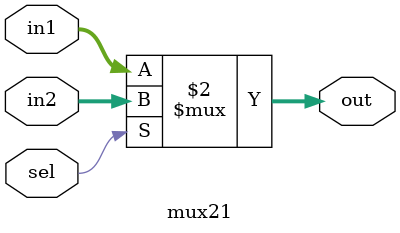
<source format=v>
`timescale 1ns / 1ps  

module mux21( in1, in2, sel, out );

	input [15:0] in1, in2;
	input sel;
	output [15:0] out; // reg 

	assign out = (sel == 0) ? in1 : in2;

endmodule

</source>
